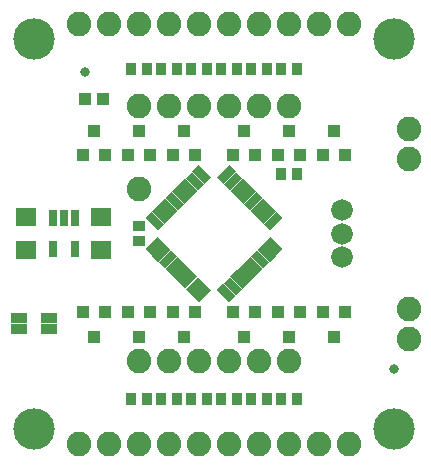
<source format=gbr>
G04 EAGLE Gerber RS-274X export*
G75*
%MOMM*%
%FSLAX34Y34*%
%LPD*%
%INSoldermask Top*%
%IPPOS*%
%AMOC8*
5,1,8,0,0,1.08239X$1,22.5*%
G01*
%ADD10C,2.082800*%
%ADD11R,0.903200X1.103200*%
%ADD12R,1.473200X0.762000*%
%ADD13R,0.762000X1.473200*%
%ADD14R,1.803200X1.603200*%
%ADD15R,1.003200X1.003200*%
%ADD16R,1.103200X0.903200*%
%ADD17R,0.753200X1.403200*%
%ADD18C,3.505200*%
%ADD19R,1.003200X1.103200*%
%ADD20R,1.473200X0.838200*%
%ADD21C,1.828800*%
%ADD22C,0.838200*%


D10*
X63500Y-107950D03*
X38100Y-107950D03*
X12700Y-107950D03*
X-12700Y-107950D03*
X-38100Y-107950D03*
X-63500Y-107950D03*
X-63500Y107950D03*
X-38100Y107950D03*
X-12700Y107950D03*
X12700Y107950D03*
X38100Y107950D03*
X63500Y107950D03*
D11*
X19200Y139700D03*
X6200Y139700D03*
D10*
X63500Y177800D03*
X38100Y177800D03*
X12700Y177800D03*
X-12700Y177800D03*
X-38100Y177800D03*
X-63500Y177800D03*
D11*
X44600Y139700D03*
X31600Y139700D03*
D12*
G36*
X-42250Y-8040D02*
X-52666Y-18456D01*
X-58054Y-13068D01*
X-47638Y-2652D01*
X-42250Y-8040D01*
G37*
G36*
X-36593Y-13697D02*
X-47009Y-24113D01*
X-52397Y-18725D01*
X-41981Y-8309D01*
X-36593Y-13697D01*
G37*
G36*
X-30937Y-19354D02*
X-41353Y-29770D01*
X-46741Y-24382D01*
X-36325Y-13966D01*
X-30937Y-19354D01*
G37*
G36*
X-25280Y-25011D02*
X-35696Y-35427D01*
X-41084Y-30039D01*
X-30668Y-19623D01*
X-25280Y-25011D01*
G37*
G36*
X-19623Y-30668D02*
X-30039Y-41084D01*
X-35427Y-35696D01*
X-25011Y-25280D01*
X-19623Y-30668D01*
G37*
G36*
X-13966Y-36325D02*
X-24382Y-46741D01*
X-29770Y-41353D01*
X-19354Y-30937D01*
X-13966Y-36325D01*
G37*
G36*
X-8309Y-41981D02*
X-18725Y-52397D01*
X-24113Y-47009D01*
X-13697Y-36593D01*
X-8309Y-41981D01*
G37*
G36*
X-2652Y-47638D02*
X-13068Y-58054D01*
X-18456Y-52666D01*
X-8040Y-42250D01*
X-2652Y-47638D01*
G37*
D13*
G36*
X18456Y-52666D02*
X13068Y-58054D01*
X2652Y-47638D01*
X8040Y-42250D01*
X18456Y-52666D01*
G37*
G36*
X24113Y-47009D02*
X18725Y-52397D01*
X8309Y-41981D01*
X13697Y-36593D01*
X24113Y-47009D01*
G37*
G36*
X29770Y-41353D02*
X24382Y-46741D01*
X13966Y-36325D01*
X19354Y-30937D01*
X29770Y-41353D01*
G37*
G36*
X35427Y-35696D02*
X30039Y-41084D01*
X19623Y-30668D01*
X25011Y-25280D01*
X35427Y-35696D01*
G37*
G36*
X41084Y-30039D02*
X35696Y-35427D01*
X25280Y-25011D01*
X30668Y-19623D01*
X41084Y-30039D01*
G37*
G36*
X46741Y-24382D02*
X41353Y-29770D01*
X30937Y-19354D01*
X36325Y-13966D01*
X46741Y-24382D01*
G37*
G36*
X52397Y-18725D02*
X47009Y-24113D01*
X36593Y-13697D01*
X41981Y-8309D01*
X52397Y-18725D01*
G37*
G36*
X58054Y-13068D02*
X52666Y-18456D01*
X42250Y-8040D01*
X47638Y-2652D01*
X58054Y-13068D01*
G37*
D12*
G36*
X58054Y13068D02*
X47638Y2652D01*
X42250Y8040D01*
X52666Y18456D01*
X58054Y13068D01*
G37*
G36*
X52397Y18725D02*
X41981Y8309D01*
X36593Y13697D01*
X47009Y24113D01*
X52397Y18725D01*
G37*
G36*
X46741Y24382D02*
X36325Y13966D01*
X30937Y19354D01*
X41353Y29770D01*
X46741Y24382D01*
G37*
G36*
X41084Y30039D02*
X30668Y19623D01*
X25280Y25011D01*
X35696Y35427D01*
X41084Y30039D01*
G37*
G36*
X35427Y35696D02*
X25011Y25280D01*
X19623Y30668D01*
X30039Y41084D01*
X35427Y35696D01*
G37*
G36*
X29770Y41353D02*
X19354Y30937D01*
X13966Y36325D01*
X24382Y46741D01*
X29770Y41353D01*
G37*
G36*
X24113Y47009D02*
X13697Y36593D01*
X8309Y41981D01*
X18725Y52397D01*
X24113Y47009D01*
G37*
G36*
X18456Y52666D02*
X8040Y42250D01*
X2652Y47638D01*
X13068Y58054D01*
X18456Y52666D01*
G37*
D13*
G36*
X-2652Y47638D02*
X-8040Y42250D01*
X-18456Y52666D01*
X-13068Y58054D01*
X-2652Y47638D01*
G37*
G36*
X-8309Y41981D02*
X-13697Y36593D01*
X-24113Y47009D01*
X-18725Y52397D01*
X-8309Y41981D01*
G37*
G36*
X-13966Y36325D02*
X-19354Y30937D01*
X-29770Y41353D01*
X-24382Y46741D01*
X-13966Y36325D01*
G37*
G36*
X-19623Y30668D02*
X-25011Y25280D01*
X-35427Y35696D01*
X-30039Y41084D01*
X-19623Y30668D01*
G37*
G36*
X-25280Y25011D02*
X-30668Y19623D01*
X-41084Y30039D01*
X-35696Y35427D01*
X-25280Y25011D01*
G37*
G36*
X-30937Y19354D02*
X-36325Y13966D01*
X-46741Y24382D01*
X-41353Y29770D01*
X-30937Y19354D01*
G37*
G36*
X-36593Y13697D02*
X-41981Y8309D01*
X-52397Y18725D01*
X-47009Y24113D01*
X-36593Y13697D01*
G37*
G36*
X-42250Y8040D02*
X-47638Y2652D01*
X-58054Y13068D01*
X-52666Y18456D01*
X-42250Y8040D01*
G37*
D11*
X-57000Y-139700D03*
X-70000Y-139700D03*
D14*
X-95250Y14000D03*
X-95250Y-14000D03*
D11*
X-44600Y139700D03*
X-31600Y139700D03*
D15*
X-109100Y114300D03*
X-94100Y114300D03*
D16*
X-63500Y6500D03*
X-63500Y-6500D03*
D17*
X-117500Y13001D03*
X-127000Y13001D03*
X-136500Y13001D03*
X-136500Y-13001D03*
X-117500Y-13001D03*
D14*
X-158750Y14000D03*
X-158750Y-14000D03*
D18*
X152400Y165100D03*
X-152400Y165100D03*
X152400Y-165100D03*
X-152400Y-165100D03*
D11*
X70000Y139700D03*
X57000Y139700D03*
D19*
X54000Y66200D03*
X73000Y66200D03*
X63500Y87200D03*
D20*
X-139700Y-71700D03*
X-139700Y-80700D03*
D10*
X114300Y-177800D03*
X88900Y-177800D03*
X63500Y-177800D03*
X38100Y-177800D03*
X12700Y-177800D03*
X-12700Y-177800D03*
X-38100Y-177800D03*
X-63500Y-177800D03*
X-88900Y-177800D03*
X-114300Y-177800D03*
D11*
X-70000Y139700D03*
X-57000Y139700D03*
X-19200Y-139700D03*
X-6200Y-139700D03*
X44600Y-139700D03*
X31600Y-139700D03*
X70000Y-139700D03*
X57000Y-139700D03*
X-19200Y139700D03*
X-6200Y139700D03*
X-44600Y-139700D03*
X-31600Y-139700D03*
X19200Y-139700D03*
X6200Y-139700D03*
D19*
X92100Y66200D03*
X111100Y66200D03*
X101600Y87200D03*
X-34900Y66200D03*
X-15900Y66200D03*
X-25400Y87200D03*
X-73000Y66200D03*
X-54000Y66200D03*
X-63500Y87200D03*
X-92100Y-66200D03*
X-111100Y-66200D03*
X-101600Y-87200D03*
X-111100Y66200D03*
X-92100Y66200D03*
X-101600Y87200D03*
D10*
X-63500Y38100D03*
D19*
X-15900Y-66200D03*
X-34900Y-66200D03*
X-25400Y-87200D03*
X73000Y-66200D03*
X54000Y-66200D03*
X63500Y-87200D03*
X111100Y-66200D03*
X92100Y-66200D03*
X101600Y-87200D03*
X15900Y66200D03*
X34900Y66200D03*
X25400Y87200D03*
X-54000Y-66200D03*
X-73000Y-66200D03*
X-63500Y-87200D03*
X34900Y-66200D03*
X15900Y-66200D03*
X25400Y-87200D03*
D10*
X114300Y177800D03*
X88900Y177800D03*
X-88900Y177800D03*
X-114300Y177800D03*
D11*
X57000Y50800D03*
X70000Y50800D03*
D20*
X-165100Y-71700D03*
X-165100Y-80700D03*
D21*
X108750Y20000D03*
X108750Y0D03*
X108750Y-20000D03*
D10*
X165100Y63500D03*
X165100Y88900D03*
X165100Y-63500D03*
X165100Y-88900D03*
D22*
X-109220Y137160D03*
X152400Y-114300D03*
M02*

</source>
